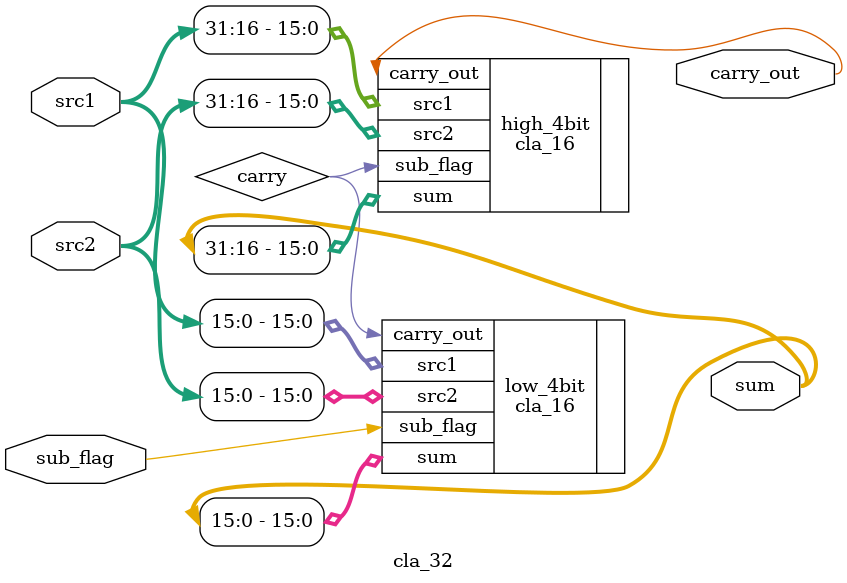
<source format=v>
module cla_32(
    input [31:0] src1,
    input [31:0] src2,
    input sub_flag,
    output [31:0] sum,
    output carry_out
);

    wire carry;

    cla_16 low_4bit(
        .src1       (src1[15:0]),
        .src2       (src2[15:0]),
        .sub_flag   (sub_flag),
        .sum        (sum[15:0]),
        .carry_out  (carry)
    );

    cla_16 high_4bit(
        .src1       (src1[31:16]),
        .src2       (src2[31:16]),
        .sub_flag   (carry),
        .sum        (sum[31:16]),
        .carry_out  (carry_out)
    );
endmodule
</source>
